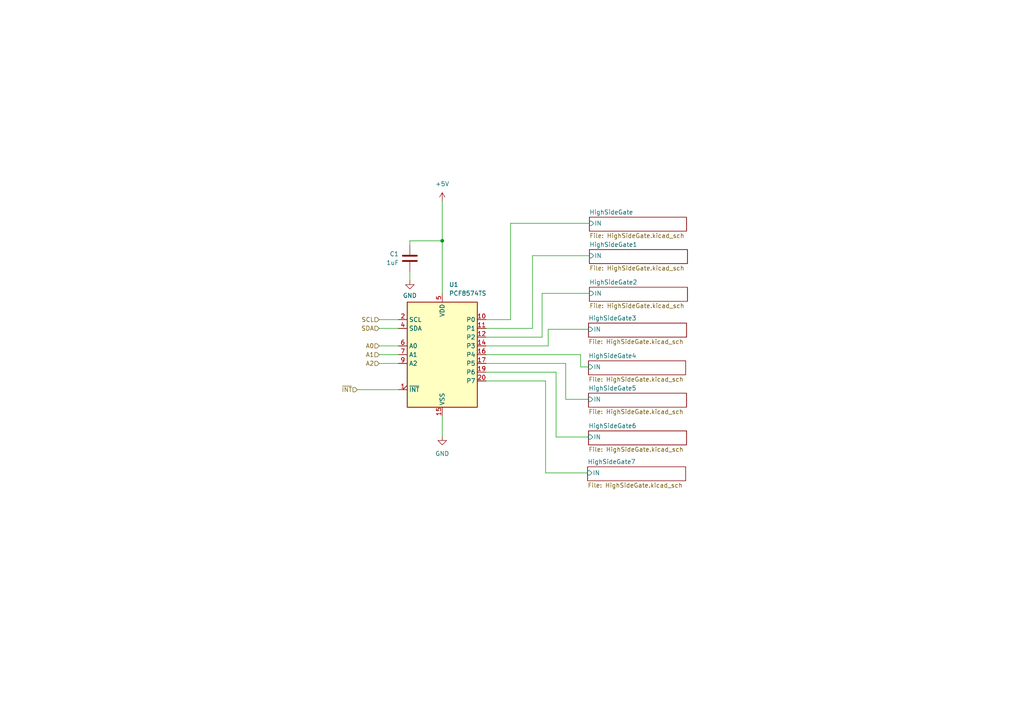
<source format=kicad_sch>
(kicad_sch (version 20230121) (generator eeschema)
  (paper "A4")
  (lib_symbols
    (symbol "Device:C" (pin_numbers hide) (pin_names (offset 0.254))
      (property "Reference" "C" (at 0.635 2.54 0))
      (property "Value" "C" (at 0.635 -2.54 0))
      (symbol "C_0_1"
        (polyline (pts (xy -2.032 -0.762) (xy 2.032 -0.762)) (stroke (width 0.508)))
        (polyline (pts (xy -2.032 0.762) (xy 2.032 0.762)) (stroke (width 0.508)))
      )
      (symbol "C_1_1"
        (pin passive line (at 0 3.81 270) (length 2.794) (name "~") (number "1"))
        (pin passive line (at 0 -3.81 90) (length 2.794) (name "~") (number "2"))
      )
    )
    (symbol "Interface_Expansion:PCF8574TS"
      (property "Reference" "U" (at -8.89 16.51 0))
      (property "Value" "PCF8574TS" (at 3.81 16.51 0))
      (symbol "PCF8574TS_0_1"
        (rectangle (start -10.16 15.24) (end 10.16 -15.24) (stroke (width 0.254)) (fill (type background)))
      )
      (symbol "PCF8574TS_1_1"
        (pin open_collector output_low (at -12.7 -10.16 0) (length 2.54) (name "~{INT}") (number "1"))
        (pin bidirectional line (at 12.7 10.16 180) (length 2.54) (name "P0") (number "10"))
        (pin bidirectional line (at 12.7 7.62 180) (length 2.54) (name "P1") (number "11"))
        (pin bidirectional line (at 12.7 5.08 180) (length 2.54) (name "P2") (number "12"))
        (pin no_connect line (at -10.16 -5.08 0) (length 2.54) hide (name "NC") (number "13"))
        (pin bidirectional line (at 12.7 2.54 180) (length 2.54) (name "P3") (number "14"))
        (pin power_in line (at 0 -17.78 90) (length 2.54) (name "VSS") (number "15"))
        (pin bidirectional line (at 12.7 0 180) (length 2.54) (name "P4") (number "16"))
        (pin bidirectional line (at 12.7 -2.54 180) (length 2.54) (name "P5") (number "17"))
        (pin no_connect line (at -10.16 -7.62 0) (length 2.54) hide (name "NC") (number "18"))
        (pin bidirectional line (at 12.7 -5.08 180) (length 2.54) (name "P6") (number "19"))
        (pin input line (at -12.7 10.16 0) (length 2.54) (name "SCL") (number "2"))
        (pin bidirectional line (at 12.7 -7.62 180) (length 2.54) (name "P7") (number "20"))
        (pin no_connect line (at 10.16 -10.16 180) (length 2.54) hide (name "NC") (number "3"))
        (pin bidirectional line (at -12.7 7.62 0) (length 2.54) (name "SDA") (number "4"))
        (pin power_in line (at 0 17.78 270) (length 2.54) (name "VDD") (number "5"))
        (pin input line (at -12.7 2.54 0) (length 2.54) (name "A0") (number "6"))
        (pin input line (at -12.7 0 0) (length 2.54) (name "A1") (number "7"))
        (pin no_connect line (at 10.16 -12.7 180) (length 2.54) hide (name "NC") (number "8"))
        (pin input line (at -12.7 -2.54 0) (length 2.54) (name "A2") (number "9"))
      )
    )
    (symbol "power:+5V" (power) (pin_names (offset 0))
      (property "Value" "+5V" (at 0 3.556 0))
      (symbol "+5V_0_1"
        (polyline (pts (xy -0.762 1.27) (xy 0 2.54)))
        (polyline (pts (xy 0 0) (xy 0 2.54)))
        (polyline (pts (xy 0 2.54) (xy 0.762 1.27)))
      )
      (symbol "+5V_1_1"
        (pin power_in line (at 0 0 90) (length 0) hide (name "+5V") (number "1"))
      )
    )
    (symbol "power:GND" (power) (pin_names (offset 0))
      (property "Value" "GND" (at 0 -3.81 0))
      (symbol "GND_0_1"
        (polyline (pts (xy 0 0) (xy 0 -1.27) (xy 1.27 -1.27) (xy 0 -2.54) (xy -1.27 -1.27) (xy 0 -1.27)))
      )
      (symbol "GND_1_1"
        (pin power_in line (at 0 0 270) (length 0) hide (name "GND") (number "1"))
      )
    )
  )
  (junction (at 128.27 69.85))
  (wire (pts (xy 170.942 85.09) (xy 157.226 85.09)))
  (wire (pts (xy 148.082 92.71) (xy 148.082 64.77)))
  (wire (pts (xy 159.004 95.504) (xy 159.004 100.33)))
  (wire (pts (xy 157.226 97.79) (xy 140.97 97.79)))
  (wire (pts (xy 157.226 85.09) (xy 157.226 97.79)))
  (wire (pts (xy 128.27 120.65) (xy 128.27 126.492)))
  (wire (pts (xy 159.004 100.33) (xy 140.97 100.33)))
  (wire (pts (xy 161.29 107.95) (xy 161.29 126.746)))
  (wire (pts (xy 109.982 92.71) (xy 115.57 92.71)))
  (wire (pts (xy 128.27 69.85) (xy 118.872 69.85)))
  (wire (pts (xy 140.97 95.25) (xy 154.432 95.25)))
  (wire (pts (xy 128.27 69.85) (xy 128.27 85.09)))
  (wire (pts (xy 164.084 115.824) (xy 170.688 115.824)))
  (wire (pts (xy 115.57 100.33) (xy 109.982 100.33)))
  (wire (pts (xy 118.872 69.85) (xy 118.872 71.12)))
  (wire (pts (xy 140.97 107.95) (xy 161.29 107.95)))
  (wire (pts (xy 140.97 105.41) (xy 164.084 105.41)))
  (wire (pts (xy 154.432 74.168) (xy 170.942 74.168)))
  (wire (pts (xy 170.688 95.504) (xy 159.004 95.504)))
  (wire (pts (xy 158.242 110.49) (xy 158.242 137.16)))
  (wire (pts (xy 164.084 105.41) (xy 164.084 115.824)))
  (wire (pts (xy 140.97 110.49) (xy 158.242 110.49)))
  (wire (pts (xy 140.97 92.71) (xy 148.082 92.71)))
  (wire (pts (xy 118.872 78.74) (xy 118.872 81.28)))
  (wire (pts (xy 170.688 106.426) (xy 168.402 106.426)))
  (wire (pts (xy 168.402 102.87) (xy 140.97 102.87)))
  (wire (pts (xy 168.402 106.426) (xy 168.402 102.87)))
  (wire (pts (xy 158.242 137.16) (xy 170.434 137.16)))
  (wire (pts (xy 148.082 64.77) (xy 170.942 64.77)))
  (wire (pts (xy 115.57 105.41) (xy 109.982 105.41)))
  (wire (pts (xy 115.57 102.87) (xy 109.982 102.87)))
  (wire (pts (xy 161.29 126.746) (xy 170.688 126.746)))
  (wire (pts (xy 103.632 113.03) (xy 115.57 113.03)))
  (wire (pts (xy 109.982 95.25) (xy 115.57 95.25)))
  (wire (pts (xy 128.27 58.42) (xy 128.27 69.85)))
  (wire (pts (xy 154.432 95.25) (xy 154.432 74.168)))
  (hierarchical_label "~{INT}" (shape input) (at 103.632 113.03 180))
  (hierarchical_label "A2" (shape input) (at 109.982 105.41 180))
  (hierarchical_label "SDA" (shape input) (at 109.982 95.25 180))
  (hierarchical_label "SCL" (shape input) (at 109.982 92.71 180))
  (hierarchical_label "A1" (shape input) (at 109.982 102.87 180))
  (hierarchical_label "A0" (shape input) (at 109.982 100.33 180))
  (symbol (lib_id "Interface_Expansion:PCF8574TS") (at 128.27 102.87 0) (unit 1)
    (property "Reference" "U1" (at 130.2259 82.55 0) (effects (justify left)))
    (property "Value" "PCF8574TS" (at 130.2259 85.09 0) (effects (justify left)))
    (property "Footprint" "Package_SO:SSOP-20_4.4x6.5mm_P0.65mm" (effects hide))
    (property "Datasheet" "http://www.nxp.com/documents/data_sheet/PCF8574_PCF8574A.pdf" (effects hide))
  )
  (symbol (lib_id "power:+5V") (at 128.27 58.42 0) (mirror y) (unit 1)
    (property "Reference" "#PWR04" (effects hide))
    (property "Value" "+5V" (at 128.27 53.34 0))
  )
  (symbol (lib_id "power:GND") (at 118.872 81.28 0) (mirror y) (unit 1)
    (property "Reference" "#PWR03" (effects hide))
    (property "Value" "GND" (at 118.872 85.725 0))
    (instances (project "PowerDIOI2C" (path "" (reference "#PWR03") (unit 1)) (path "" (reference "#PWR06") (unit 1))))
  )
  (symbol (lib_id "Device:C") (at 118.872 74.93 0) (mirror y) (unit 1)
    (property "Reference" "C1" (at 115.697 73.66 0) (effects (justify left)))
    (property "Value" "1uF" (at 115.697 76.2 0) (effects (justify left)))
    (property "Footprint" "Capacitor_SMD:C_0805_2012Metric" (effects hide))
  )
  (symbol (lib_id "power:GND") (at 128.27 126.492 0) (unit 1)
    (property "Reference" "#PWR019" (effects hide))
    (property "Value" "GND" (at 128.27 131.572 0))
  )
  (sheet (at 170.688 124.968) (size 28.448 4.064) (stroke (width 0.1524))
    (property "Sheetname" "HighSideGate6" (at 170.688 124.2564 0) (effects (justify left bottom)))
    (property "Sheetfile" "HighSideGate.kicad_sch" (at 170.688 129.6166 0) (effects (justify left top)))
    (pin "IN" input (at 170.688 126.746 180))
  )
  (sheet (at 170.688 104.648) (size 28.194 4.064) (stroke (width 0.1524))
    (property "Sheetname" "HighSideGate4" (at 170.688 103.9364 0) (effects (justify left bottom)))
    (property "Sheetfile" "HighSideGate.kicad_sch" (at 170.688 109.2966 0) (effects (justify left top)))
    (pin "IN" input (at 170.688 106.426 180))
  )
  (sheet (at 170.688 114.046) (size 28.448 4.064) (stroke (width 0.1524))
    (property "Sheetname" "HighSideGate5" (at 170.688 113.3344 0) (effects (justify left bottom)))
    (property "Sheetfile" "HighSideGate.kicad_sch" (at 170.688 118.6946 0) (effects (justify left top)))
    (pin "IN" input (at 170.688 115.824 180))
  )
  (sheet (at 170.942 62.992) (size 28.194 4.064) (stroke (width 0.1524))
    (property "Sheetname" "HighSideGate" (at 170.942 62.2804 0) (effects (justify left bottom)))
    (property "Sheetfile" "HighSideGate.kicad_sch" (at 170.942 67.6406 0) (effects (justify left top)))
    (pin "IN" input (at 170.942 64.77 180))
  )
  (sheet (at 170.688 93.726) (size 28.448 4.064) (stroke (width 0.1524))
    (property "Sheetname" "HighSideGate3" (at 170.688 93.0144 0) (effects (justify left bottom)))
    (property "Sheetfile" "HighSideGate.kicad_sch" (at 170.688 98.3746 0) (effects (justify left top)))
    (pin "IN" input (at 170.688 95.504 180))
  )
  (sheet (at 170.942 72.39) (size 28.448 4.064) (stroke (width 0.1524))
    (property "Sheetname" "HighSideGate1" (at 170.942 71.6784 0) (effects (justify left bottom)))
    (property "Sheetfile" "HighSideGate.kicad_sch" (at 170.942 77.0386 0) (effects (justify left top)))
    (pin "IN" input (at 170.942 74.168 180))
  )
  (sheet (at 170.942 83.312) (size 28.448 4.064) (stroke (width 0.1524))
    (property "Sheetname" "HighSideGate2" (at 170.942 82.6004 0) (effects (justify left bottom)))
    (property "Sheetfile" "HighSideGate.kicad_sch" (at 170.942 87.9606 0) (effects (justify left top)))
    (pin "IN" input (at 170.942 85.09 180))
  )
  (sheet (at 170.434 135.382) (size 28.448 4.064) (stroke (width 0.1524))
    (property "Sheetname" "HighSideGate7" (at 170.434 134.6704 0) (effects (justify left bottom)))
    (property "Sheetfile" "HighSideGate.kicad_sch" (at 170.434 140.0306 0) (effects (justify left top)))
    (pin "IN" input (at 170.434 137.16 180))
  )
)
</source>
